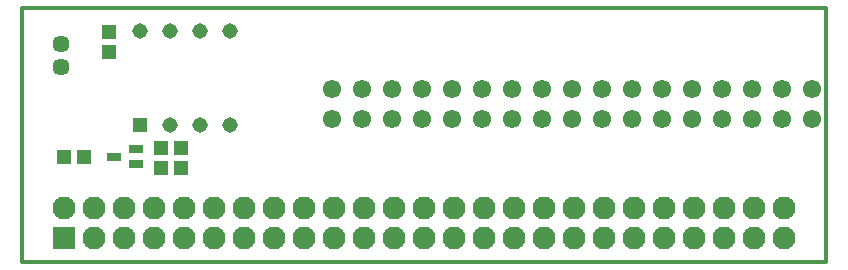
<source format=gbr>
G04 DesignSpark PCB Gerber Version 11.0 Build 5877*
%FSLAX35Y35*%
%MOIN*%
%ADD79R,0.04537X0.04537*%
%ADD114R,0.05163X0.05163*%
%ADD111R,0.07687X0.07687*%
%ADD10C,0.01200*%
%ADD115C,0.05163*%
%ADD113C,0.05718*%
%ADD110C,0.06100*%
%ADD112C,0.07687*%
%ADD117R,0.04734X0.02569*%
%ADD78R,0.04537X0.04537*%
X0Y0D02*
D02*
D10*
X1083Y600D02*
X269075D01*
Y85314D01*
X1083D01*
Y600D01*
D02*
D78*
X15112Y35611D03*
X21805D03*
X47310Y38424D03*
X47427Y31860D03*
X54003Y38424D03*
X54120Y31860D03*
D02*
D79*
X30083Y70656D03*
Y77348D03*
D02*
D110*
X104317Y48022D03*
Y58022D03*
X114317Y48022D03*
Y58022D03*
X124317Y48022D03*
Y58022D03*
X134317Y48022D03*
Y58022D03*
X144317Y48022D03*
Y58022D03*
X154317Y48022D03*
Y58022D03*
X164317Y48022D03*
Y58022D03*
X174317Y48022D03*
Y58022D03*
X184317Y48022D03*
Y58022D03*
X194317Y48022D03*
Y58022D03*
X204317Y48022D03*
Y58022D03*
X214317Y48022D03*
Y58022D03*
X224317Y48022D03*
Y58022D03*
X234317Y48022D03*
Y58022D03*
X244317Y48022D03*
Y58022D03*
X254317Y48022D03*
Y58022D03*
X264317Y48022D03*
Y58022D03*
D02*
D111*
X15079Y8415D03*
D02*
D112*
Y18415D03*
X25079Y8415D03*
Y18415D03*
X35079Y8415D03*
Y18415D03*
X45079Y8415D03*
Y18415D03*
X55079Y8415D03*
Y18415D03*
X65079Y8415D03*
Y18415D03*
X75079Y8415D03*
Y18415D03*
X85079Y8415D03*
Y18415D03*
X95079Y8415D03*
Y18415D03*
X105079Y8415D03*
Y18415D03*
X115079Y8415D03*
Y18415D03*
X125079Y8415D03*
Y18415D03*
X135079Y8415D03*
Y18415D03*
X145079Y8415D03*
Y18415D03*
X155079Y8415D03*
Y18415D03*
X165079Y8415D03*
Y18415D03*
X175079Y8415D03*
Y18415D03*
X185079Y8415D03*
Y18415D03*
X195079Y8415D03*
Y18415D03*
X205079Y8415D03*
Y18415D03*
X215079Y8415D03*
Y18415D03*
X225079Y8415D03*
Y18415D03*
X235079Y8415D03*
Y18415D03*
X245079Y8415D03*
Y18415D03*
X255079Y8415D03*
Y18415D03*
D02*
D113*
X14141Y65435D03*
Y73309D03*
D02*
D114*
X40404Y46243D03*
D02*
D115*
Y77495D03*
X50404Y46243D03*
Y77495D03*
X60404Y46243D03*
Y77495D03*
X70404Y46243D03*
Y77495D03*
D02*
D117*
X31657Y35611D03*
X39138Y33052D03*
Y38170D03*
X0Y0D02*
M02*

</source>
